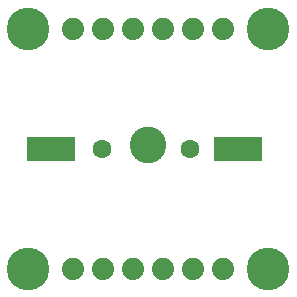
<source format=gbr>
G04 EAGLE Gerber RS-274X export*
G75*
%MOMM*%
%FSLAX34Y34*%
%LPD*%
%INSoldermask Bottom*%
%IPPOS*%
%AMOC8*
5,1,8,0,0,1.08239X$1,22.5*%
G01*
%ADD10C,1.879600*%
%ADD11C,3.617600*%
%ADD12C,3.101600*%
%ADD13C,1.601600*%
%ADD14R,4.101600X2.101600*%


D10*
X63500Y25400D03*
X88900Y25400D03*
X114300Y25400D03*
X139700Y25400D03*
X165100Y25400D03*
X190500Y25400D03*
D11*
X25400Y228600D03*
X228600Y228600D03*
X25400Y25400D03*
X228600Y25400D03*
D12*
X127000Y129620D03*
D10*
X63500Y228600D03*
X88900Y228600D03*
X114300Y228600D03*
X139700Y228600D03*
X165100Y228600D03*
X190500Y228600D03*
D13*
X87500Y127000D03*
X162000Y127000D03*
D14*
X203000Y127000D03*
X44100Y127000D03*
M02*

</source>
